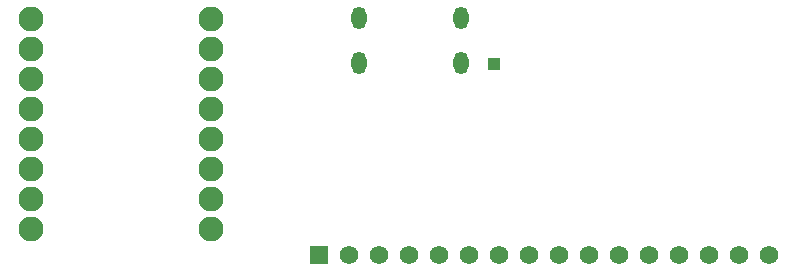
<source format=gbr>
%TF.GenerationSoftware,KiCad,Pcbnew,8.0.8*%
%TF.CreationDate,2025-04-11T18:25:19-04:00*%
%TF.ProjectId,Pixel Dust,50697865-6c20-4447-9573-742e6b696361,rev?*%
%TF.SameCoordinates,Original*%
%TF.FileFunction,Soldermask,Top*%
%TF.FilePolarity,Negative*%
%FSLAX46Y46*%
G04 Gerber Fmt 4.6, Leading zero omitted, Abs format (unit mm)*
G04 Created by KiCad (PCBNEW 8.0.8) date 2025-04-11 18:25:19*
%MOMM*%
%LPD*%
G01*
G04 APERTURE LIST*
G04 Aperture macros list*
%AMRoundRect*
0 Rectangle with rounded corners*
0 $1 Rounding radius*
0 $2 $3 $4 $5 $6 $7 $8 $9 X,Y pos of 4 corners*
0 Add a 4 corners polygon primitive as box body*
4,1,4,$2,$3,$4,$5,$6,$7,$8,$9,$2,$3,0*
0 Add four circle primitives for the rounded corners*
1,1,$1+$1,$2,$3*
1,1,$1+$1,$4,$5*
1,1,$1+$1,$6,$7*
1,1,$1+$1,$8,$9*
0 Add four rect primitives between the rounded corners*
20,1,$1+$1,$2,$3,$4,$5,0*
20,1,$1+$1,$4,$5,$6,$7,0*
20,1,$1+$1,$6,$7,$8,$9,0*
20,1,$1+$1,$8,$9,$2,$3,0*%
G04 Aperture macros list end*
%ADD10O,1.304000X1.904000*%
%ADD11C,2.109000*%
%ADD12RoundRect,0.102000X-0.685000X-0.685000X0.685000X-0.685000X0.685000X0.685000X-0.685000X0.685000X0*%
%ADD13C,1.574000*%
%ADD14R,1.000000X1.000000*%
G04 APERTURE END LIST*
D10*
%TO.C,J3*%
X38020000Y21600000D03*
X38020000Y17800000D03*
X29380000Y21600000D03*
X29380000Y17800000D03*
%TD*%
D11*
%TO.C,U2*%
X1630000Y3720000D03*
X1630000Y6260000D03*
X1630000Y8800000D03*
X1630000Y11340000D03*
X1630000Y16420000D03*
X1630000Y13880000D03*
X16870000Y21500000D03*
X1630000Y21500000D03*
X16870000Y18960000D03*
X16870000Y16420000D03*
X16870000Y13880000D03*
X16870000Y11340000D03*
X16870000Y8800000D03*
X16870000Y6260000D03*
X16870000Y3720000D03*
X1630000Y18960000D03*
%TD*%
D12*
%TO.C,J1*%
X26000000Y1500000D03*
D13*
X28540000Y1500000D03*
X31080000Y1500000D03*
X33620000Y1500000D03*
X36160000Y1500000D03*
X38700000Y1500000D03*
X41240000Y1500000D03*
X43780000Y1500000D03*
X46320000Y1500000D03*
X48860000Y1500000D03*
X51400000Y1500000D03*
X53940000Y1500000D03*
X56480000Y1500000D03*
X59020000Y1500000D03*
X61560000Y1500000D03*
X64100000Y1500000D03*
%TD*%
D14*
%TO.C,J2*%
X40800000Y17680000D03*
%TD*%
M02*

</source>
